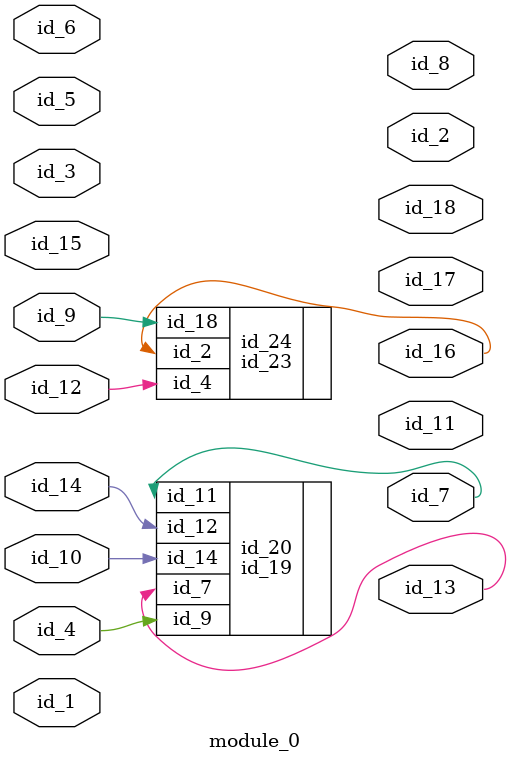
<source format=v>
module module_0 (
    id_1,
    id_2,
    id_3,
    id_4,
    id_5,
    id_6,
    id_7,
    id_8,
    id_9,
    id_10,
    id_11,
    id_12,
    id_13,
    id_14,
    id_15,
    id_16,
    id_17,
    id_18
);
  output id_18;
  output id_17;
  output id_16;
  input id_15;
  input id_14;
  output id_13;
  input id_12;
  output id_11;
  input id_10;
  input id_9;
  output id_8;
  output id_7;
  input id_6;
  input id_5;
  input id_4;
  input id_3;
  output id_2;
  input id_1;
  id_19 id_20 (
      .id_14(id_10),
      .id_9 (id_4),
      .id_11(id_7),
      .id_12(1),
      .id_7 (id_13),
      .id_12(id_14)
  );
  id_21 id_22 ();
  id_23 id_24 (
      .id_2 (id_16),
      .id_18(id_9),
      .id_4 (id_12)
  );
endmodule

</source>
